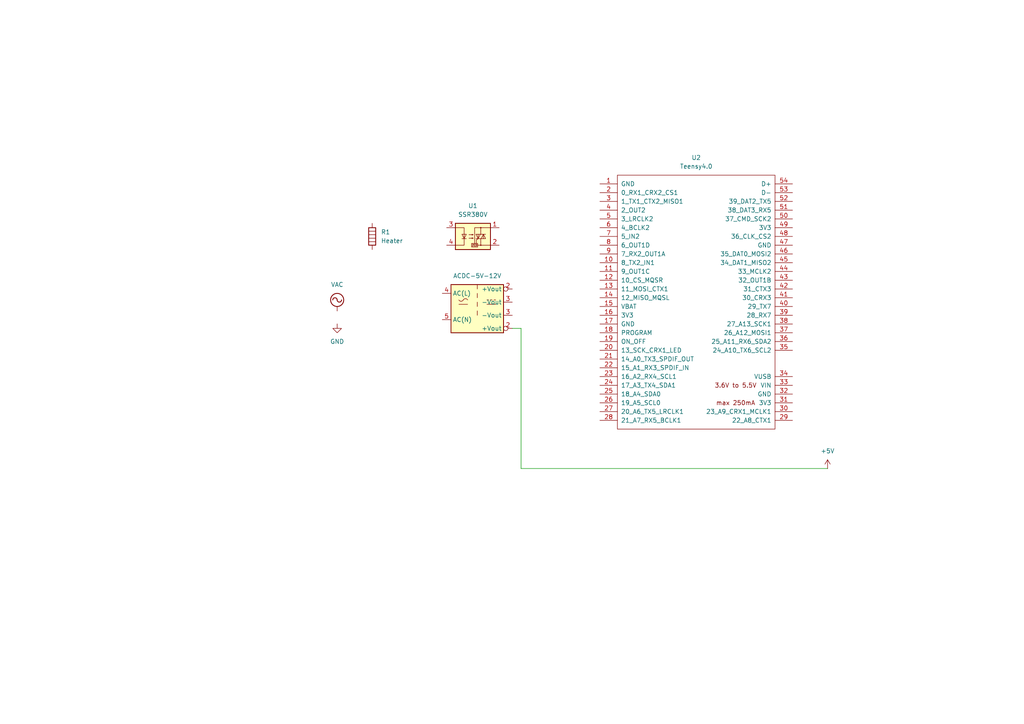
<source format=kicad_sch>
(kicad_sch (version 20250114) (generator "eeschema") (generator_version "9.0")
  (paper "A4")
  (lib_symbols
    (symbol "CustomParts:ACDC-5V-12V"
      (property "Value" "ACDC-5V-12V" (at 1.778 6.35 0))
      (symbol "ACDC-5V-12V_0_1"
        (rectangle (start -7.62 5.08) (end 7.62 -8.89) (stroke (width 0.254)) (fill (type background)))
        (polyline (pts (xy -5.334 -0.635) (xy -2.794 -0.635)))
        (arc (start -4.064 0.635) (mid -4.699 0.2495) (end -5.334 0.635))
        (arc (start -4.064 0.635) (mid -3.429 1.0072) (end -2.794 0.635))
        (polyline (pts (xy 0 5.08) (xy 0 3.81)))
        (polyline (pts (xy 0 2.54) (xy 0 1.27)))
        (polyline (pts (xy 0 0) (xy 0 -1.27)))
        (polyline (pts (xy 0 -2.54) (xy 0 -3.81)))
        (polyline (pts (xy 2.794 0.635) (xy 3.302 0.635)))
        (polyline (pts (xy 2.794 -0.635) (xy 5.334 -0.635)))
        (polyline (pts (xy 3.81 0.635) (xy 4.318 0.635)))
        (polyline (pts (xy 4.826 0.635) (xy 5.334 0.635)))
      )
      (symbol "ACDC-5V-12V_1_1"
        (pin power_in line (at -10.16 2.54 0) (length 2.54) (name "AC(L)") (number "4"))
        (pin power_in line (at -10.16 -5.08 0) (length 2.54) (name "AC(N)") (number "5"))
        (pin no_connect line (at 0 -5.08 90) (length 2.54) (hide yes) (name "NC") (number "1"))
        (pin power_out inverted (at 10.16 3.81 180) (length 2.54) (name "+Vout") (number "2"))
        (pin power_out line (at 10.16 0 180) (length 2.54) (name "-Vout") (number "3"))
        (pin power_out line (at 10.16 -3.81 180) (length 2.54) (name "-Vout") (number "3"))
        (pin power_out inverted (at 10.16 -7.62 180) (length 2.54) (name "+Vout") (number "2"))
      )
    )
    (symbol "CustomParts:SSR380V"
      (property "Reference" "U" (at -5.08 5.08 0))
      (property "Value" "SSR380V" (at 0 5.08 0))
      (symbol "SSR380V_0_0"
        (rectangle (start -0.381 -2.032) (end 1.397 -3.048))
        (polyline (pts (xy 1.524 -0.635) (xy 1.016 -1.016) (xy 1.016 -2.032)))
        (polyline (pts (xy 2.286 -2.54) (xy 1.397 -2.54)))
        (text "ZCD" (at 0.508 -2.54 0) (effects (font (size 0.508 0.508))))
      )
      (symbol "SSR380V_0_1"
        (rectangle (start -5.08 3.81) (end 5.08 -3.81) (stroke (width 0.254)) (fill (type background)))
        (polyline (pts (xy -5.08 2.54) (xy -2.54 2.54) (xy -2.54 -2.54) (xy -5.08 -2.54)))
        (polyline (pts (xy -3.175 -0.635) (xy -1.905 -0.635)))
        (polyline (pts (xy -2.54 -0.635) (xy -3.175 0.635) (xy -1.905 0.635) (xy -2.54 -0.635)))
        (polyline (pts (xy -1.143 0.508) (xy 0.127 0.508) (xy -0.254 0.381) (xy -0.254 0.635) (xy 0.127 0.508)))
        (polyline (pts (xy -1.143 -0.508) (xy 0.127 -0.508) (xy -0.254 -0.635) (xy -0.254 -0.381) (xy 0.127 -0.508)))
        (polyline (pts (xy 0.889 -0.635) (xy 3.683 -0.635) (xy 3.048 0.635) (xy 2.413 -0.635)))
        (polyline (pts (xy 1.524 -0.635) (xy 1.524 0.635)))
        (polyline (pts (xy 2.286 2.54) (xy 0.508 2.54) (xy 0.508 -2.032)))
        (circle (center 2.286 2.54) (radius 0.127))
        (polyline (pts (xy 2.286 0.635) (xy 2.286 2.54) (xy 5.08 2.54)))
        (polyline (pts (xy 2.286 -0.635) (xy 2.286 -2.54) (xy 5.08 -2.54)))
        (circle (center 2.286 -2.54) (radius 0.127))
        (polyline (pts (xy 3.048 0.635) (xy 3.048 -0.635)))
        (polyline (pts (xy 3.683 0.635) (xy 0.889 0.635) (xy 1.524 -0.635) (xy 2.159 0.635)))
      )
      (symbol "SSR380V_1_1"
        (pin passive line (at -7.62 2.54 0) (length 2.54) (name "~") (number "3"))
        (pin passive line (at -7.62 -2.54 0) (length 2.54) (name "~") (number "4"))
        (pin passive line (at 7.62 2.54 180) (length 2.54) (name "~") (number "1"))
        (pin passive line (at 7.62 -2.54 180) (length 2.54) (name "~") (number "2"))
      )
    )
    (symbol "Device:Heater" (pin_numbers (hide yes)) (pin_names (offset 0))
      (property "Reference" "R" (at 2.032 0 90))
      (property "Value" "Heater" (at -2.032 0 90))
      (symbol "Heater_0_1"
        (polyline (pts (xy -1.016 1.524) (xy 1.016 1.524)))
        (rectangle (start -1.016 -2.54) (end 1.016 2.54) (stroke (width 0.254)))
        (polyline (pts (xy 1.016 0.508) (xy -1.016 0.508)))
        (polyline (pts (xy 1.016 -0.508) (xy -1.016 -0.508)))
        (polyline (pts (xy 1.016 -1.524) (xy -1.016 -1.524)))
      )
      (symbol "Heater_1_1"
        (pin passive line (at 0 3.81 270) (length 1.27) (name "~") (number "1"))
        (pin passive line (at 0 -3.81 90) (length 1.27) (name "~") (number "2"))
      )
    )
    (symbol "power:+5V" (power) (pin_numbers (hide yes)) (pin_names (offset 0) (hide yes))
      (property "Value" "+5V" (at 0 3.556 0))
      (symbol "+5V_0_1"
        (polyline (pts (xy -0.762 1.27) (xy 0 2.54)))
        (polyline (pts (xy 0 2.54) (xy 0.762 1.27)))
        (polyline (pts (xy 0 0) (xy 0 2.54)))
      )
      (symbol "+5V_1_1"
        (pin power_in line (at 0 0 90) (length 0) (name "~") (number "1"))
      )
    )
    (symbol "power:GND" (power) (pin_numbers (hide yes)) (pin_names (offset 0) (hide yes))
      (property "Value" "GND" (at 0 -3.81 0))
      (symbol "GND_0_1"
        (polyline (pts (xy 0 0) (xy 0 -1.27) (xy 1.27 -1.27) (xy 0 -2.54) (xy -1.27 -1.27) (xy 0 -1.27)))
      )
      (symbol "GND_1_1"
        (pin power_in line (at 0 0 270) (length 0) (name "~") (number "1"))
      )
    )
    (symbol "power:VAC" (power) (pin_numbers (hide yes)) (pin_names (offset 0) (hide yes))
      (property "Value" "VAC" (at 0 6.35 0))
      (symbol "VAC_0_1"
        (arc (start -1.27 3.175) (mid -0.635 3.8073) (end 0 3.175) (stroke (width 0.254)))
        (circle (center 0 3.175) (radius 1.905) (stroke (width 0.254)))
        (polyline (pts (xy 0 0) (xy 0 1.27)))
        (arc (start 1.27 3.175) (mid 0.635 2.5427) (end 0 3.175) (stroke (width 0.254)))
      )
      (symbol "VAC_1_1"
        (pin power_in line (at 0 0 90) (length 0) (name "~") (number "1"))
      )
    )
    (symbol "teensy:Teensy4.0" (pin_names (offset 1.016))
      (property "Reference" "U" (at 0 39.37 0))
      (property "Value" "Teensy4.0" (at 0 -39.37 0))
      (symbol "Teensy4.0_0_0"
        (text "3.6V to 5.5V" (at 11.43 -24.13 0) (effects (font (size 1.27 1.27))))
        (text "max 250mA" (at 11.43 -29.21 0) (effects (font (size 1.27 1.27))))
        (pin bidirectional line (at -27.94 24.13 0) (length 5.08) (name "3_LRCLK2") (number "5"))
        (pin bidirectional line (at -27.94 21.59 0) (length 5.08) (name "4_BCLK2") (number "6"))
        (pin bidirectional line (at -27.94 19.05 0) (length 5.08) (name "5_IN2") (number "7"))
        (pin bidirectional line (at -27.94 16.51 0) (length 5.08) (name "6_OUT1D") (number "8"))
        (pin bidirectional line (at -27.94 13.97 0) (length 5.08) (name "7_RX2_OUT1A") (number "9"))
        (pin bidirectional line (at -27.94 11.43 0) (length 5.08) (name "8_TX2_IN1") (number "10"))
        (pin bidirectional line (at -27.94 8.89 0) (length 5.08) (name "9_OUT1C") (number "11"))
        (pin bidirectional line (at -27.94 6.35 0) (length 5.08) (name "10_CS_MQSR") (number "12"))
        (pin bidirectional line (at -27.94 3.81 0) (length 5.08) (name "11_MOSI_CTX1") (number "13"))
        (pin bidirectional line (at -27.94 1.27 0) (length 5.08) (name "12_MISO_MQSL") (number "14"))
        (pin power_in line (at -27.94 -1.27 0) (length 5.08) (name "VBAT") (number "15"))
        (pin power_in line (at -27.94 -3.81 0) (length 5.08) (name "3V3") (number "16"))
        (pin power_in line (at -27.94 -6.35 0) (length 5.08) (name "GND") (number "17"))
        (pin input line (at -27.94 -8.89 0) (length 5.08) (name "PROGRAM") (number "18"))
        (pin input line (at -27.94 -11.43 0) (length 5.08) (name "ON_OFF") (number "19"))
        (pin bidirectional line (at -27.94 -13.97 0) (length 5.08) (name "13_SCK_CRX1_LED") (number "20"))
        (pin bidirectional line (at -27.94 -16.51 0) (length 5.08) (name "14_A0_TX3_SPDIF_OUT") (number "21"))
        (pin bidirectional line (at -27.94 -19.05 0) (length 5.08) (name "15_A1_RX3_SPDIF_IN") (number "22"))
        (pin bidirectional line (at -27.94 -21.59 0) (length 5.08) (name "16_A2_RX4_SCL1") (number "23"))
        (pin bidirectional line (at -27.94 -24.13 0) (length 5.08) (name "17_A3_TX4_SDA1") (number "24"))
        (pin bidirectional line (at -27.94 -26.67 0) (length 5.08) (name "18_A4_SDA0") (number "25"))
        (pin bidirectional line (at -27.94 -29.21 0) (length 5.08) (name "19_A5_SCL0") (number "26"))
        (pin bidirectional line (at -27.94 -31.75 0) (length 5.08) (name "20_A6_TX5_LRCLK1") (number "27"))
        (pin bidirectional line (at -27.94 -34.29 0) (length 5.08) (name "21_A7_RX5_BCLK1") (number "28"))
        (pin bidirectional line (at 27.94 34.29 180) (length 5.08) (name "D+") (number "54"))
        (pin bidirectional line (at 27.94 31.75 180) (length 5.08) (name "D-") (number "53"))
        (pin bidirectional line (at 27.94 29.21 180) (length 5.08) (name "39_DAT2_TX5") (number "52"))
        (pin bidirectional line (at 27.94 26.67 180) (length 5.08) (name "38_DAT3_RX5") (number "51"))
        (pin bidirectional line (at 27.94 24.13 180) (length 5.08) (name "37_CMD_SCK2") (number "50"))
        (pin power_out line (at 27.94 21.59 180) (length 5.08) (name "3V3") (number "49"))
        (pin bidirectional line (at 27.94 19.05 180) (length 5.08) (name "36_CLK_CS2") (number "48"))
        (pin power_out line (at 27.94 16.51 180) (length 5.08) (name "GND") (number "47"))
        (pin bidirectional line (at 27.94 13.97 180) (length 5.08) (name "35_DAT0_MOSI2") (number "46"))
        (pin bidirectional line (at 27.94 11.43 180) (length 5.08) (name "34_DAT1_MISO2") (number "45"))
        (pin bidirectional line (at 27.94 8.89 180) (length 5.08) (name "33_MCLK2") (number "44"))
        (pin bidirectional line (at 27.94 6.35 180) (length 5.08) (name "32_OUT1B") (number "43"))
        (pin bidirectional line (at 27.94 3.81 180) (length 5.08) (name "31_CTX3") (number "42"))
        (pin bidirectional line (at 27.94 1.27 180) (length 5.08) (name "30_CRX3") (number "41"))
        (pin bidirectional line (at 27.94 -1.27 180) (length 5.08) (name "29_TX7") (number "40"))
        (pin bidirectional line (at 27.94 -3.81 180) (length 5.08) (name "28_RX7") (number "39"))
        (pin bidirectional line (at 27.94 -6.35 180) (length 5.08) (name "27_A13_SCK1") (number "38"))
        (pin bidirectional line (at 27.94 -8.89 180) (length 5.08) (name "26_A12_MOSI1") (number "37"))
        (pin bidirectional line (at 27.94 -11.43 180) (length 5.08) (name "25_A11_RX6_SDA2") (number "36"))
        (pin bidirectional line (at 27.94 -13.97 180) (length 5.08) (name "24_A10_TX6_SCL2") (number "35"))
        (pin power_out line (at 27.94 -21.59 180) (length 5.08) (name "VUSB") (number "34"))
        (pin power_in line (at 27.94 -24.13 180) (length 5.08) (name "VIN") (number "33"))
        (pin power_in line (at 27.94 -26.67 180) (length 5.08) (name "GND") (number "32"))
        (pin power_out line (at 27.94 -29.21 180) (length 5.08) (name "3V3") (number "31"))
        (pin bidirectional line (at 27.94 -31.75 180) (length 5.08) (name "23_A9_CRX1_MCLK1") (number "30"))
        (pin bidirectional line (at 27.94 -34.29 180) (length 5.08) (name "22_A8_CTX1") (number "29"))
      )
      (symbol "Teensy4.0_0_1"
        (rectangle (start -22.86 36.83) (end 22.86 -36.83))
        (rectangle (start -20.32 -31.75) (end -20.32 -31.75))
      )
      (symbol "Teensy4.0_1_1"
        (pin power_in line (at -27.94 34.29 0) (length 5.08) (name "GND") (number "1"))
        (pin bidirectional line (at -27.94 31.75 0) (length 5.08) (name "0_RX1_CRX2_CS1") (number "2"))
        (pin bidirectional line (at -27.94 29.21 0) (length 5.08) (name "1_TX1_CTX2_MISO1") (number "3"))
        (pin bidirectional line (at -27.94 26.67 0) (length 5.08) (name "2_OUT2") (number "4"))
      )
    )
  )
  (wire (pts (xy 151.13 135.89) (xy 151.13 95.25)))
  (wire (pts (xy 151.13 95.25) (xy 148.59 95.25)))
  (wire (pts (xy 240.03 135.89) (xy 151.13 135.89)))
  (symbol (lib_id "CustomParts:SSR380V") (at 137.16 68.58 0) (unit 1)
    (property "Reference" "U1" (at 137.16 59.69 0))
    (property "Value" "SSR380V" (at 137.16 62.23 0))
  )
  (symbol (lib_id "power:+5V") (at 240.03 135.89 0) (unit 1)
    (property "Reference" "#PWR01" (effects (hide yes)))
    (property "Value" "+5V" (at 240.03 130.81 0))
    (property "Description" "Power symbol creates a global label with name \"+5V\"" (effects (hide yes)))
  )
  (symbol (lib_id "CustomParts:ACDC-5V-12V") (at 138.43 87.63 0) (unit 1)
    (property "Reference" "PS1" (effects (hide yes)))
    (property "Value" "ACDC-5V-12V" (at 138.43 80.01 0))
  )
  (symbol (lib_id "power:VAC") (at 97.79 90.17 0) (unit 1)
    (property "Reference" "#PWR02" (effects (hide yes)))
    (property "Value" "VAC" (at 97.79 82.55 0))
    (property "Description" "Power symbol creates a global label with name \"VAC\"" (effects (hide yes)))
  )
  (symbol (lib_id "teensy:Teensy4.0") (at 201.93 87.63 0) (unit 1)
    (property "Reference" "U2" (at 201.93 45.72 0))
    (property "Value" "Teensy4.0" (at 201.93 48.26 0))
  )
  (symbol (lib_id "Device:Heater") (at 107.95 68.58 0) (unit 1)
    (property "Reference" "R1" (at 110.49 67.3099 0) (effects (justify left)))
    (property "Value" "Heater" (at 110.49 69.8499 0) (effects (justify left)))
    (property "Description" "Resistive heater" (effects (hide yes)))
  )
  (symbol (lib_id "power:GND") (at 97.79 93.98 0) (unit 1)
    (property "Reference" "#PWR03" (effects (hide yes)))
    (property "Value" "GND" (at 97.79 99.06 0))
    (property "Description" "Power symbol creates a global label with name \"GND\" , ground" (effects (hide yes)))
  )
)
</source>
